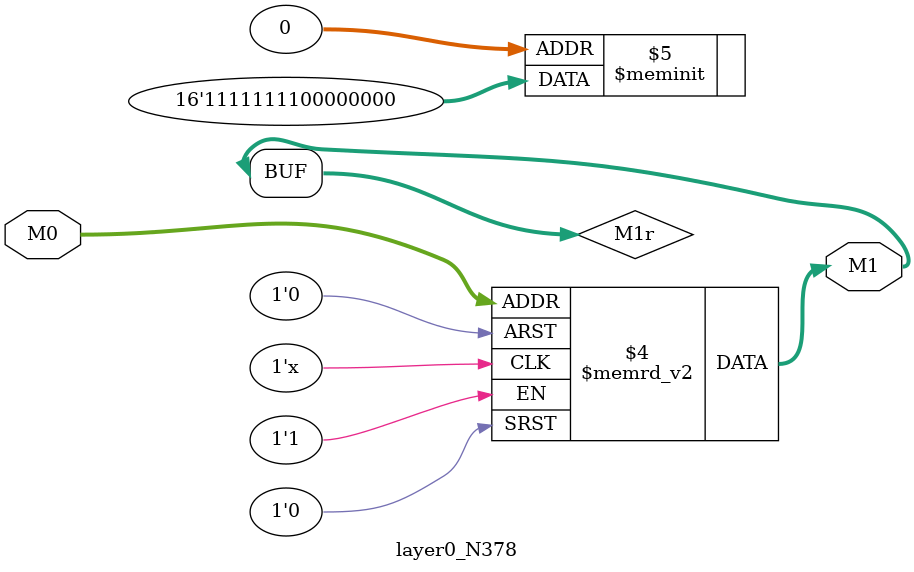
<source format=v>
module layer0_N378 ( input [2:0] M0, output [1:0] M1 );

	(*rom_style = "distributed" *) reg [1:0] M1r;
	assign M1 = M1r;
	always @ (M0) begin
		case (M0)
			3'b000: M1r = 2'b00;
			3'b100: M1r = 2'b11;
			3'b010: M1r = 2'b00;
			3'b110: M1r = 2'b11;
			3'b001: M1r = 2'b00;
			3'b101: M1r = 2'b11;
			3'b011: M1r = 2'b00;
			3'b111: M1r = 2'b11;

		endcase
	end
endmodule

</source>
